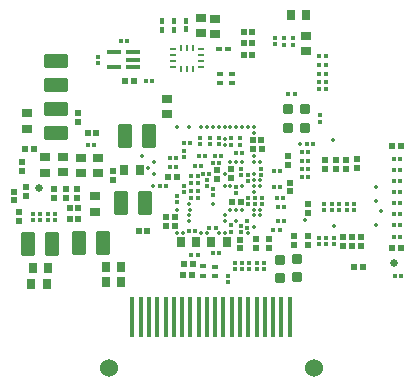
<source format=gbr>
G04*
G04 #@! TF.GenerationSoftware,Altium Limited,Altium Designer,24.6.1 (21)*
G04*
G04 Layer_Color=255*
%FSLAX44Y44*%
%MOMM*%
G71*
G04*
G04 #@! TF.SameCoordinates,46D9000B-954F-446C-B998-76B77EA3697B*
G04*
G04*
G04 #@! TF.FilePolarity,Positive*
G04*
G01*
G75*
%ADD21C,0.6350*%
G04:AMPARAMS|DCode=22|XSize=0.3048mm|YSize=0.3048mm|CornerRadius=0.0229mm|HoleSize=0mm|Usage=FLASHONLY|Rotation=180.000|XOffset=0mm|YOffset=0mm|HoleType=Round|Shape=RoundedRectangle|*
%AMROUNDEDRECTD22*
21,1,0.3048,0.2591,0,0,180.0*
21,1,0.2591,0.3048,0,0,180.0*
1,1,0.0457,-0.1295,0.1295*
1,1,0.0457,0.1295,0.1295*
1,1,0.0457,0.1295,-0.1295*
1,1,0.0457,-0.1295,-0.1295*
%
%ADD22ROUNDEDRECTD22*%
G04:AMPARAMS|DCode=23|XSize=0.8382mm|YSize=0.7112mm|CornerRadius=0.0711mm|HoleSize=0mm|Usage=FLASHONLY|Rotation=90.000|XOffset=0mm|YOffset=0mm|HoleType=Round|Shape=RoundedRectangle|*
%AMROUNDEDRECTD23*
21,1,0.8382,0.5690,0,0,90.0*
21,1,0.6960,0.7112,0,0,90.0*
1,1,0.1422,0.2845,0.3480*
1,1,0.1422,0.2845,-0.3480*
1,1,0.1422,-0.2845,-0.3480*
1,1,0.1422,-0.2845,0.3480*
%
%ADD23ROUNDEDRECTD23*%
G04:AMPARAMS|DCode=25|XSize=0.4572mm|YSize=0.508mm|CornerRadius=0.0343mm|HoleSize=0mm|Usage=FLASHONLY|Rotation=180.000|XOffset=0mm|YOffset=0mm|HoleType=Round|Shape=RoundedRectangle|*
%AMROUNDEDRECTD25*
21,1,0.4572,0.4394,0,0,180.0*
21,1,0.3886,0.5080,0,0,180.0*
1,1,0.0686,-0.1943,0.2197*
1,1,0.0686,0.1943,0.2197*
1,1,0.0686,0.1943,-0.2197*
1,1,0.0686,-0.1943,-0.2197*
%
%ADD25ROUNDEDRECTD25*%
G04:AMPARAMS|DCode=26|XSize=0.508mm|YSize=0.4572mm|CornerRadius=0.0343mm|HoleSize=0mm|Usage=FLASHONLY|Rotation=180.000|XOffset=0mm|YOffset=0mm|HoleType=Round|Shape=RoundedRectangle|*
%AMROUNDEDRECTD26*
21,1,0.5080,0.3886,0,0,180.0*
21,1,0.4394,0.4572,0,0,180.0*
1,1,0.0686,-0.2197,0.1943*
1,1,0.0686,0.2197,0.1943*
1,1,0.0686,0.2197,-0.1943*
1,1,0.0686,-0.2197,-0.1943*
%
%ADD26ROUNDEDRECTD26*%
G04:AMPARAMS|DCode=27|XSize=0.3048mm|YSize=0.3048mm|CornerRadius=0.0229mm|HoleSize=0mm|Usage=FLASHONLY|Rotation=270.000|XOffset=0mm|YOffset=0mm|HoleType=Round|Shape=RoundedRectangle|*
%AMROUNDEDRECTD27*
21,1,0.3048,0.2591,0,0,270.0*
21,1,0.2591,0.3048,0,0,270.0*
1,1,0.0457,-0.1295,-0.1295*
1,1,0.0457,-0.1295,0.1295*
1,1,0.0457,0.1295,0.1295*
1,1,0.0457,0.1295,-0.1295*
%
%ADD27ROUNDEDRECTD27*%
G04:AMPARAMS|DCode=29|XSize=0.4572mm|YSize=0.508mm|CornerRadius=0.0343mm|HoleSize=0mm|Usage=FLASHONLY|Rotation=270.000|XOffset=0mm|YOffset=0mm|HoleType=Round|Shape=RoundedRectangle|*
%AMROUNDEDRECTD29*
21,1,0.4572,0.4394,0,0,270.0*
21,1,0.3886,0.5080,0,0,270.0*
1,1,0.0686,-0.2197,-0.1943*
1,1,0.0686,-0.2197,0.1943*
1,1,0.0686,0.2197,0.1943*
1,1,0.0686,0.2197,-0.1943*
%
%ADD29ROUNDEDRECTD29*%
G04:AMPARAMS|DCode=33|XSize=0.508mm|YSize=0.4572mm|CornerRadius=0.0343mm|HoleSize=0mm|Usage=FLASHONLY|Rotation=90.000|XOffset=0mm|YOffset=0mm|HoleType=Round|Shape=RoundedRectangle|*
%AMROUNDEDRECTD33*
21,1,0.5080,0.3886,0,0,90.0*
21,1,0.4394,0.4572,0,0,90.0*
1,1,0.0686,0.1943,0.2197*
1,1,0.0686,0.1943,-0.2197*
1,1,0.0686,-0.1943,-0.2197*
1,1,0.0686,-0.1943,0.2197*
%
%ADD33ROUNDEDRECTD33*%
G04:AMPARAMS|DCode=42|XSize=0.7874mm|YSize=0.8382mm|CornerRadius=0.0787mm|HoleSize=0mm|Usage=FLASHONLY|Rotation=0.000|XOffset=0mm|YOffset=0mm|HoleType=Round|Shape=RoundedRectangle|*
%AMROUNDEDRECTD42*
21,1,0.7874,0.6807,0,0,0.0*
21,1,0.6299,0.8382,0,0,0.0*
1,1,0.1575,0.3150,-0.3404*
1,1,0.1575,-0.3150,-0.3404*
1,1,0.1575,-0.3150,0.3404*
1,1,0.1575,0.3150,0.3404*
%
%ADD42ROUNDEDRECTD42*%
%ADD68C,1.5240*%
%ADD69C,0.3500*%
%ADD72R,0.4000X3.5000*%
G04:AMPARAMS|DCode=73|XSize=1.2192mm|YSize=2.0066mm|CornerRadius=0.0914mm|HoleSize=0mm|Usage=FLASHONLY|Rotation=180.000|XOffset=0mm|YOffset=0mm|HoleType=Round|Shape=RoundedRectangle|*
%AMROUNDEDRECTD73*
21,1,1.2192,1.8237,0,0,180.0*
21,1,1.0363,2.0066,0,0,180.0*
1,1,0.1829,-0.5182,0.9119*
1,1,0.1829,0.5182,0.9119*
1,1,0.1829,0.5182,-0.9119*
1,1,0.1829,-0.5182,-0.9119*
%
%ADD73ROUNDEDRECTD73*%
%ADD74R,0.4750X0.2500*%
%ADD75R,0.2500X0.4750*%
%ADD76R,0.5000X0.4500*%
%ADD77R,0.5000X0.4000*%
G04:AMPARAMS|DCode=78|XSize=1.2192mm|YSize=2.0066mm|CornerRadius=0.0914mm|HoleSize=0mm|Usage=FLASHONLY|Rotation=90.000|XOffset=0mm|YOffset=0mm|HoleType=Round|Shape=RoundedRectangle|*
%AMROUNDEDRECTD78*
21,1,1.2192,1.8237,0,0,90.0*
21,1,1.0363,2.0066,0,0,90.0*
1,1,0.1829,0.9119,0.5182*
1,1,0.1829,0.9119,-0.5182*
1,1,0.1829,-0.9119,-0.5182*
1,1,0.1829,-0.9119,0.5182*
%
%ADD78ROUNDEDRECTD78*%
%ADD79R,1.2584X0.3758*%
G04:AMPARAMS|DCode=80|XSize=1.2584mm|YSize=0.3758mm|CornerRadius=0.1879mm|HoleSize=0mm|Usage=FLASHONLY|Rotation=180.000|XOffset=0mm|YOffset=0mm|HoleType=Round|Shape=RoundedRectangle|*
%AMROUNDEDRECTD80*
21,1,1.2584,0.0000,0,0,180.0*
21,1,0.8826,0.3758,0,0,180.0*
1,1,0.3758,-0.4413,0.0000*
1,1,0.3758,0.4413,0.0000*
1,1,0.3758,0.4413,0.0000*
1,1,0.3758,-0.4413,0.0000*
%
%ADD80ROUNDEDRECTD80*%
G04:AMPARAMS|DCode=81|XSize=0.8382mm|YSize=0.7112mm|CornerRadius=0.0711mm|HoleSize=0mm|Usage=FLASHONLY|Rotation=180.000|XOffset=0mm|YOffset=0mm|HoleType=Round|Shape=RoundedRectangle|*
%AMROUNDEDRECTD81*
21,1,0.8382,0.5690,0,0,180.0*
21,1,0.6960,0.7112,0,0,180.0*
1,1,0.1422,-0.3480,0.2845*
1,1,0.1422,0.3480,0.2845*
1,1,0.1422,0.3480,-0.2845*
1,1,0.1422,-0.3480,-0.2845*
%
%ADD81ROUNDEDRECTD81*%
%ADD82R,0.4500X0.5000*%
D21*
X26924Y103378D02*
D03*
X326898Y39116D02*
D03*
D22*
X228470Y86868D02*
D03*
X233810D02*
D03*
X193040Y98931D02*
D03*
Y104270D02*
D03*
X203454Y108582D02*
D03*
Y113921D02*
D03*
X203708Y89278D02*
D03*
Y94618D02*
D03*
X209550Y89532D02*
D03*
Y94872D02*
D03*
X173990Y102492D02*
D03*
Y97153D02*
D03*
X168656Y109858D02*
D03*
Y104518D02*
D03*
X197655Y119502D02*
D03*
Y114163D02*
D03*
X149606Y134242D02*
D03*
Y128903D02*
D03*
X163068Y145417D02*
D03*
Y140078D02*
D03*
X171450D02*
D03*
Y145417D02*
D03*
X178562D02*
D03*
Y140078D02*
D03*
X188722Y145163D02*
D03*
Y139824D02*
D03*
X196596Y145163D02*
D03*
Y139824D02*
D03*
X215392Y94872D02*
D03*
Y89532D02*
D03*
X224843Y67089D02*
D03*
X230182D02*
D03*
X233810Y74930D02*
D03*
X228470D02*
D03*
X233302Y94742D02*
D03*
X227962D02*
D03*
X230886Y103632D02*
D03*
X225547D02*
D03*
X193262Y132842D02*
D03*
X198601D02*
D03*
X230508Y117094D02*
D03*
X225168D02*
D03*
X143764Y96650D02*
D03*
Y91311D02*
D03*
X226060Y224660D02*
D03*
Y230000D02*
D03*
X233934Y224407D02*
D03*
Y229746D02*
D03*
X241808Y224407D02*
D03*
Y229746D02*
D03*
X263189Y55265D02*
D03*
Y60604D02*
D03*
X269793Y55519D02*
D03*
Y60858D02*
D03*
X275889Y55519D02*
D03*
Y60858D02*
D03*
X268224Y89446D02*
D03*
Y84107D02*
D03*
X274320Y89446D02*
D03*
Y84107D02*
D03*
X280924Y89446D02*
D03*
Y84107D02*
D03*
X287020Y89446D02*
D03*
Y84107D02*
D03*
X293624Y89446D02*
D03*
Y84107D02*
D03*
X100968Y227330D02*
D03*
X95628D02*
D03*
X149352Y99438D02*
D03*
Y104777D02*
D03*
X237614Y182626D02*
D03*
X242953D02*
D03*
D23*
X111656Y118110D02*
D03*
X98656D02*
D03*
X159408Y57404D02*
D03*
X146408D02*
D03*
X239880Y249682D02*
D03*
X252880D02*
D03*
X21186Y35560D02*
D03*
X34186D02*
D03*
X19916Y21336D02*
D03*
X32916D02*
D03*
X96162Y23622D02*
D03*
X83162D02*
D03*
X96162Y36322D02*
D03*
X83162D02*
D03*
X185316Y57404D02*
D03*
X172316D02*
D03*
D25*
X52385Y85852D02*
D03*
X59883D02*
D03*
Y76708D02*
D03*
X52385D02*
D03*
X300675Y36322D02*
D03*
X293177D02*
D03*
X134427Y78232D02*
D03*
X141925D02*
D03*
X141671Y70612D02*
D03*
X134173D02*
D03*
X110805Y66802D02*
D03*
X118303D02*
D03*
X75123Y149352D02*
D03*
X67625D02*
D03*
X99629Y193548D02*
D03*
X107127D02*
D03*
X199705Y215646D02*
D03*
X207203D02*
D03*
Y225806D02*
D03*
X199705D02*
D03*
X207203Y235458D02*
D03*
X199705D02*
D03*
D26*
X299257Y53973D02*
D03*
Y61470D02*
D03*
X283509Y53932D02*
D03*
Y61430D02*
D03*
X291338Y53973D02*
D03*
Y61470D02*
D03*
X189230Y118811D02*
D03*
Y111313D02*
D03*
X239014Y100137D02*
D03*
Y107635D02*
D03*
X15748Y96581D02*
D03*
Y104079D02*
D03*
X12446Y117155D02*
D03*
Y124653D02*
D03*
X49022Y102047D02*
D03*
Y94549D02*
D03*
X58928Y102301D02*
D03*
Y94803D02*
D03*
X237236Y129733D02*
D03*
Y122235D02*
D03*
X177546Y118049D02*
D03*
Y110551D02*
D03*
X286512Y119441D02*
D03*
Y126939D02*
D03*
X268732Y119441D02*
D03*
Y126939D02*
D03*
X277622Y119441D02*
D03*
Y126939D02*
D03*
X296164Y119695D02*
D03*
Y127193D02*
D03*
D27*
X186182Y23238D02*
D03*
Y28577D02*
D03*
X175639Y130221D02*
D03*
X180977D02*
D03*
X155573Y113030D02*
D03*
X160912D02*
D03*
X173860Y124460D02*
D03*
X179200D02*
D03*
X333123Y28702D02*
D03*
X327784D02*
D03*
X158745Y121920D02*
D03*
X164084D02*
D03*
X161922Y130048D02*
D03*
X167262D02*
D03*
X155573Y106934D02*
D03*
X160912D02*
D03*
X155573Y100584D02*
D03*
X160912D02*
D03*
X155573Y94488D02*
D03*
X160912D02*
D03*
X133988Y104394D02*
D03*
X128649D02*
D03*
X142715Y128270D02*
D03*
X137376D02*
D03*
X142624Y121158D02*
D03*
X137284D02*
D03*
X154307Y140716D02*
D03*
X148968D02*
D03*
X40386Y80901D02*
D03*
Y75563D02*
D03*
X27686Y80901D02*
D03*
Y75563D02*
D03*
X34036Y80901D02*
D03*
Y75563D02*
D03*
X21082Y81156D02*
D03*
Y75816D02*
D03*
X214359Y114095D02*
D03*
Y119435D02*
D03*
X153287Y66802D02*
D03*
X158625D02*
D03*
X175989Y69057D02*
D03*
X170650D02*
D03*
X258572Y140208D02*
D03*
X253233D02*
D03*
X254130Y133096D02*
D03*
X248790D02*
D03*
X254130Y125730D02*
D03*
X248790D02*
D03*
X254130Y119380D02*
D03*
X248790D02*
D03*
X254130Y112014D02*
D03*
X248790D02*
D03*
X73028Y139192D02*
D03*
X67688D02*
D03*
X76454Y213997D02*
D03*
Y208659D02*
D03*
X117219Y193548D02*
D03*
X122557D02*
D03*
X263776Y186944D02*
D03*
X269116D02*
D03*
X263776Y192819D02*
D03*
X269116D02*
D03*
X263939Y199423D02*
D03*
X269278D02*
D03*
X178946Y47752D02*
D03*
X173606D02*
D03*
X155573Y46482D02*
D03*
X160912D02*
D03*
X326705Y127754D02*
D03*
X332044D02*
D03*
X326705Y118345D02*
D03*
X332044D02*
D03*
X326705Y108936D02*
D03*
X332044D02*
D03*
X326705Y99527D02*
D03*
X332044D02*
D03*
X326705Y90119D02*
D03*
X332044D02*
D03*
X326705Y80709D02*
D03*
X332044D02*
D03*
X326705Y71301D02*
D03*
X332044D02*
D03*
X326705Y61892D02*
D03*
X332044D02*
D03*
X197358Y71249D02*
D03*
Y65911D02*
D03*
X164970Y115062D02*
D03*
X170310D02*
D03*
X269278Y206789D02*
D03*
X263939D02*
D03*
X189484Y71504D02*
D03*
Y66164D02*
D03*
X198374Y39499D02*
D03*
Y34160D02*
D03*
X204470Y39753D02*
D03*
Y34415D02*
D03*
X264414Y159129D02*
D03*
Y164468D02*
D03*
X217170Y39753D02*
D03*
Y34415D02*
D03*
X202946Y69467D02*
D03*
Y74805D02*
D03*
X192786Y34160D02*
D03*
Y39499D02*
D03*
X210820Y39753D02*
D03*
Y34415D02*
D03*
X263939Y214409D02*
D03*
X269278D02*
D03*
D29*
X196596Y51877D02*
D03*
Y59375D02*
D03*
X5080Y92517D02*
D03*
Y100015D02*
D03*
X39116Y102301D02*
D03*
Y94803D02*
D03*
X89154Y117541D02*
D03*
Y110043D02*
D03*
X9906Y82743D02*
D03*
Y75245D02*
D03*
X210566Y59883D02*
D03*
Y52385D02*
D03*
X220980Y59883D02*
D03*
Y52385D02*
D03*
X254000Y81849D02*
D03*
Y89347D02*
D03*
X242570Y62423D02*
D03*
Y54925D02*
D03*
X254000Y62677D02*
D03*
Y55179D02*
D03*
X59944Y159065D02*
D03*
Y166563D02*
D03*
D33*
X14600Y136398D02*
D03*
X22098D02*
D03*
X156657Y38608D02*
D03*
X149159D02*
D03*
X156149Y29464D02*
D03*
X148651D02*
D03*
X333124Y138463D02*
D03*
X325625D02*
D03*
X215585Y135890D02*
D03*
X208087D02*
D03*
X214823Y144018D02*
D03*
X207325D02*
D03*
X143449Y112268D02*
D03*
X135951D02*
D03*
X197297Y91440D02*
D03*
X189799D02*
D03*
X325120Y52324D02*
D03*
X332618D02*
D03*
D42*
X237685Y169548D02*
D03*
Y154049D02*
D03*
X251773D02*
D03*
Y169548D02*
D03*
X230378Y42294D02*
D03*
Y26795D02*
D03*
X245364Y27302D02*
D03*
Y42801D02*
D03*
D68*
X259386Y-49200D02*
D03*
X85386D02*
D03*
D69*
X276098Y70934D02*
D03*
X183670Y64742D02*
D03*
Y74742D02*
D03*
X123416Y104742D02*
D03*
X251844Y75950D02*
D03*
X275844Y143950D02*
D03*
X183670Y114742D02*
D03*
X123670Y124742D02*
D03*
Y114742D02*
D03*
X247844Y139950D02*
D03*
X311844Y103950D02*
D03*
Y71950D02*
D03*
X315844Y83950D02*
D03*
X311844Y91950D02*
D03*
X203670Y64742D02*
D03*
X173670Y89742D02*
D03*
X208670Y99742D02*
D03*
X198628Y104902D02*
D03*
X208670Y109742D02*
D03*
Y104742D02*
D03*
X213670D02*
D03*
Y109742D02*
D03*
X153670Y74742D02*
D03*
X183670Y144742D02*
D03*
X143670Y64742D02*
D03*
Y84742D02*
D03*
X118670Y119742D02*
D03*
X113670Y129742D02*
D03*
X143670Y154742D02*
D03*
X183670Y104742D02*
D03*
X153670Y79742D02*
D03*
X154686Y84582D02*
D03*
X153670Y89742D02*
D03*
X208670Y114742D02*
D03*
Y129742D02*
D03*
X213670Y124742D02*
D03*
X208670D02*
D03*
X198670D02*
D03*
X193670D02*
D03*
X188670D02*
D03*
X183670Y139742D02*
D03*
X208670Y149742D02*
D03*
Y154742D02*
D03*
X203670D02*
D03*
X198670D02*
D03*
X173670D02*
D03*
X193670D02*
D03*
X188670D02*
D03*
X183670D02*
D03*
X178670D02*
D03*
X168670D02*
D03*
X163670D02*
D03*
X153670D02*
D03*
X208670Y69742D02*
D03*
X213670Y79742D02*
D03*
X208670D02*
D03*
X213670Y84742D02*
D03*
X208670D02*
D03*
X188670Y104742D02*
D03*
X198670Y84742D02*
D03*
X188670D02*
D03*
X193670D02*
D03*
Y74742D02*
D03*
X178670Y64742D02*
D03*
X183670Y79742D02*
D03*
X168670Y64742D02*
D03*
X163670D02*
D03*
X148670D02*
D03*
D72*
X161686Y-6350D02*
D03*
X203686D02*
D03*
X210686D02*
D03*
X224686D02*
D03*
X231686D02*
D03*
X238686D02*
D03*
X217686D02*
D03*
X196686D02*
D03*
X189686D02*
D03*
X182686D02*
D03*
X175686D02*
D03*
X168686D02*
D03*
X154686D02*
D03*
X119686D02*
D03*
X112686D02*
D03*
X147686D02*
D03*
X140686D02*
D03*
X133686D02*
D03*
X126686D02*
D03*
X105686D02*
D03*
D73*
X95822Y89916D02*
D03*
X116014D02*
D03*
X37465Y55880D02*
D03*
X17272D02*
D03*
X60262Y56388D02*
D03*
X80455D02*
D03*
X99377Y147066D02*
D03*
X119571D02*
D03*
D74*
X163517Y220352D02*
D03*
Y215352D02*
D03*
Y210352D02*
D03*
Y205352D02*
D03*
X140267D02*
D03*
Y210352D02*
D03*
Y215352D02*
D03*
Y220352D02*
D03*
D75*
X156892Y203727D02*
D03*
X151892D02*
D03*
X146892D02*
D03*
Y221977D02*
D03*
X151892D02*
D03*
X156892D02*
D03*
D76*
X186376Y220472D02*
D03*
X178876D02*
D03*
D77*
X179832Y191580D02*
D03*
Y199580D02*
D03*
X189992Y191834D02*
D03*
Y199834D02*
D03*
X175260Y36512D02*
D03*
Y28512D02*
D03*
X165354Y36766D02*
D03*
Y28766D02*
D03*
D78*
X41148Y170117D02*
D03*
Y149923D02*
D03*
Y190056D02*
D03*
Y210249D02*
D03*
D79*
X106425Y218082D02*
D03*
D80*
Y211582D02*
D03*
Y205082D02*
D03*
X89888D02*
D03*
Y218082D02*
D03*
D81*
X16002Y166266D02*
D03*
Y153266D02*
D03*
X163322Y234038D02*
D03*
Y247038D02*
D03*
X175768Y233530D02*
D03*
Y246530D02*
D03*
X252730Y219052D02*
D03*
Y232052D02*
D03*
X46736Y129182D02*
D03*
Y116182D02*
D03*
X76708Y115674D02*
D03*
Y128674D02*
D03*
X62484Y115674D02*
D03*
Y128674D02*
D03*
X31496Y115928D02*
D03*
Y128928D02*
D03*
X73914Y82908D02*
D03*
Y95908D02*
D03*
X134620Y165458D02*
D03*
Y178458D02*
D03*
D82*
X130556Y244034D02*
D03*
Y236534D02*
D03*
X140462Y244288D02*
D03*
Y236788D02*
D03*
X151130Y244796D02*
D03*
Y237296D02*
D03*
M02*

</source>
